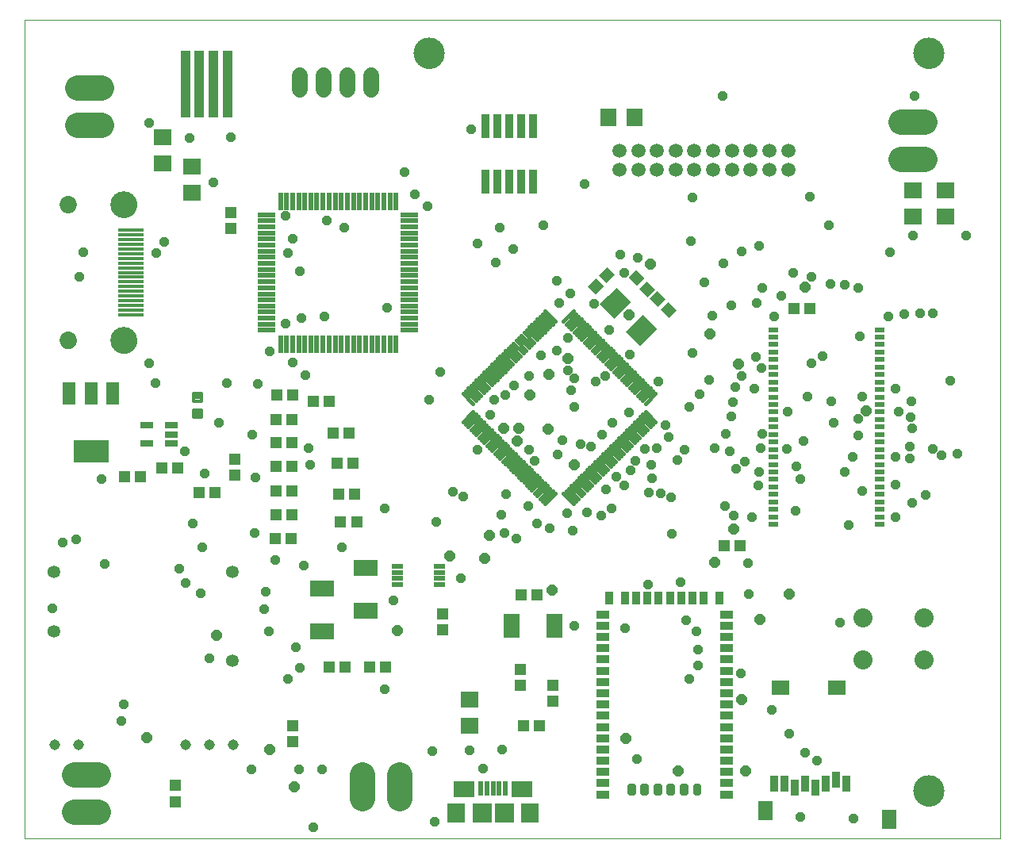
<source format=gts>
G75*
%MOIN*%
%OFA0B0*%
%FSLAX25Y25*%
%IPPOS*%
%LPD*%
%AMOC8*
5,1,8,0,0,1.08239X$1,22.5*
%
%ADD10C,0.00000*%
%ADD11C,0.13100*%
%ADD12R,0.07687X0.06899*%
%ADD13R,0.05324X0.03750*%
%ADD14R,0.03750X0.05324*%
%ADD15C,0.02812*%
%ADD16R,0.06112X0.08080*%
%ADD17R,0.07687X0.06112*%
%ADD18R,0.03356X0.06506*%
%ADD19R,0.10836X0.01781*%
%ADD20C,0.11230*%
%ADD21C,0.07293*%
%ADD22R,0.02300X0.07200*%
%ADD23R,0.07200X0.02300*%
%ADD24R,0.04143X0.02175*%
%ADD25C,0.01500*%
%ADD26R,0.02175X0.05915*%
%ADD27R,0.08080X0.08080*%
%ADD28R,0.07690X0.08080*%
%ADD29R,0.08868X0.06899*%
%ADD30R,0.03592X0.10049*%
%ADD31C,0.10639*%
%ADD32R,0.04931X0.04537*%
%ADD33R,0.06506X0.10049*%
%ADD34C,0.08000*%
%ADD35R,0.05324X0.02765*%
%ADD36R,0.04537X0.04931*%
%ADD37R,0.03946X0.28159*%
%ADD38R,0.10049X0.08474*%
%ADD39C,0.01361*%
%ADD40R,0.04931X0.02175*%
%ADD41C,0.05915*%
%ADD42R,0.06899X0.07687*%
%ADD43R,0.05400X0.09400*%
%ADD44R,0.14773X0.09261*%
%ADD45C,0.05324*%
%ADD46R,0.10049X0.06506*%
%ADD47C,0.04500*%
%ADD48C,0.06506*%
%ADD49OC8,0.04000*%
%ADD50OC8,0.04362*%
D10*
X0001500Y0017369D02*
X0001500Y0361369D01*
X0411500Y0361369D01*
X0411500Y0017369D01*
X0001500Y0017369D01*
X0016422Y0226699D02*
X0016424Y0226814D01*
X0016430Y0226930D01*
X0016440Y0227045D01*
X0016454Y0227160D01*
X0016472Y0227274D01*
X0016494Y0227387D01*
X0016519Y0227500D01*
X0016549Y0227611D01*
X0016582Y0227722D01*
X0016619Y0227831D01*
X0016660Y0227939D01*
X0016705Y0228046D01*
X0016753Y0228151D01*
X0016805Y0228254D01*
X0016861Y0228355D01*
X0016920Y0228455D01*
X0016982Y0228552D01*
X0017048Y0228647D01*
X0017116Y0228740D01*
X0017188Y0228830D01*
X0017263Y0228918D01*
X0017342Y0229003D01*
X0017423Y0229085D01*
X0017506Y0229165D01*
X0017593Y0229241D01*
X0017682Y0229315D01*
X0017773Y0229385D01*
X0017867Y0229453D01*
X0017963Y0229517D01*
X0018062Y0229577D01*
X0018162Y0229634D01*
X0018264Y0229688D01*
X0018368Y0229738D01*
X0018474Y0229785D01*
X0018581Y0229828D01*
X0018690Y0229867D01*
X0018800Y0229902D01*
X0018911Y0229933D01*
X0019023Y0229961D01*
X0019136Y0229985D01*
X0019250Y0230005D01*
X0019365Y0230021D01*
X0019480Y0230033D01*
X0019595Y0230041D01*
X0019710Y0230045D01*
X0019826Y0230045D01*
X0019941Y0230041D01*
X0020056Y0230033D01*
X0020171Y0230021D01*
X0020286Y0230005D01*
X0020400Y0229985D01*
X0020513Y0229961D01*
X0020625Y0229933D01*
X0020736Y0229902D01*
X0020846Y0229867D01*
X0020955Y0229828D01*
X0021062Y0229785D01*
X0021168Y0229738D01*
X0021272Y0229688D01*
X0021374Y0229634D01*
X0021474Y0229577D01*
X0021573Y0229517D01*
X0021669Y0229453D01*
X0021763Y0229385D01*
X0021854Y0229315D01*
X0021943Y0229241D01*
X0022030Y0229165D01*
X0022113Y0229085D01*
X0022194Y0229003D01*
X0022273Y0228918D01*
X0022348Y0228830D01*
X0022420Y0228740D01*
X0022488Y0228647D01*
X0022554Y0228552D01*
X0022616Y0228455D01*
X0022675Y0228355D01*
X0022731Y0228254D01*
X0022783Y0228151D01*
X0022831Y0228046D01*
X0022876Y0227939D01*
X0022917Y0227831D01*
X0022954Y0227722D01*
X0022987Y0227611D01*
X0023017Y0227500D01*
X0023042Y0227387D01*
X0023064Y0227274D01*
X0023082Y0227160D01*
X0023096Y0227045D01*
X0023106Y0226930D01*
X0023112Y0226814D01*
X0023114Y0226699D01*
X0023112Y0226584D01*
X0023106Y0226468D01*
X0023096Y0226353D01*
X0023082Y0226238D01*
X0023064Y0226124D01*
X0023042Y0226011D01*
X0023017Y0225898D01*
X0022987Y0225787D01*
X0022954Y0225676D01*
X0022917Y0225567D01*
X0022876Y0225459D01*
X0022831Y0225352D01*
X0022783Y0225247D01*
X0022731Y0225144D01*
X0022675Y0225043D01*
X0022616Y0224943D01*
X0022554Y0224846D01*
X0022488Y0224751D01*
X0022420Y0224658D01*
X0022348Y0224568D01*
X0022273Y0224480D01*
X0022194Y0224395D01*
X0022113Y0224313D01*
X0022030Y0224233D01*
X0021943Y0224157D01*
X0021854Y0224083D01*
X0021763Y0224013D01*
X0021669Y0223945D01*
X0021573Y0223881D01*
X0021474Y0223821D01*
X0021374Y0223764D01*
X0021272Y0223710D01*
X0021168Y0223660D01*
X0021062Y0223613D01*
X0020955Y0223570D01*
X0020846Y0223531D01*
X0020736Y0223496D01*
X0020625Y0223465D01*
X0020513Y0223437D01*
X0020400Y0223413D01*
X0020286Y0223393D01*
X0020171Y0223377D01*
X0020056Y0223365D01*
X0019941Y0223357D01*
X0019826Y0223353D01*
X0019710Y0223353D01*
X0019595Y0223357D01*
X0019480Y0223365D01*
X0019365Y0223377D01*
X0019250Y0223393D01*
X0019136Y0223413D01*
X0019023Y0223437D01*
X0018911Y0223465D01*
X0018800Y0223496D01*
X0018690Y0223531D01*
X0018581Y0223570D01*
X0018474Y0223613D01*
X0018368Y0223660D01*
X0018264Y0223710D01*
X0018162Y0223764D01*
X0018062Y0223821D01*
X0017963Y0223881D01*
X0017867Y0223945D01*
X0017773Y0224013D01*
X0017682Y0224083D01*
X0017593Y0224157D01*
X0017506Y0224233D01*
X0017423Y0224313D01*
X0017342Y0224395D01*
X0017263Y0224480D01*
X0017188Y0224568D01*
X0017116Y0224658D01*
X0017048Y0224751D01*
X0016982Y0224846D01*
X0016920Y0224943D01*
X0016861Y0225043D01*
X0016805Y0225144D01*
X0016753Y0225247D01*
X0016705Y0225352D01*
X0016660Y0225459D01*
X0016619Y0225567D01*
X0016582Y0225676D01*
X0016549Y0225787D01*
X0016519Y0225898D01*
X0016494Y0226011D01*
X0016472Y0226124D01*
X0016454Y0226238D01*
X0016440Y0226353D01*
X0016430Y0226468D01*
X0016424Y0226584D01*
X0016422Y0226699D01*
X0037917Y0226699D02*
X0037919Y0226844D01*
X0037925Y0226989D01*
X0037935Y0227134D01*
X0037949Y0227279D01*
X0037967Y0227423D01*
X0037988Y0227566D01*
X0038014Y0227709D01*
X0038043Y0227851D01*
X0038077Y0227993D01*
X0038114Y0228133D01*
X0038155Y0228272D01*
X0038200Y0228410D01*
X0038249Y0228547D01*
X0038301Y0228683D01*
X0038357Y0228817D01*
X0038417Y0228949D01*
X0038480Y0229080D01*
X0038547Y0229208D01*
X0038617Y0229336D01*
X0038691Y0229461D01*
X0038768Y0229584D01*
X0038848Y0229704D01*
X0038932Y0229823D01*
X0039019Y0229939D01*
X0039109Y0230053D01*
X0039202Y0230165D01*
X0039298Y0230273D01*
X0039398Y0230379D01*
X0039499Y0230483D01*
X0039604Y0230583D01*
X0039712Y0230681D01*
X0039822Y0230776D01*
X0039934Y0230867D01*
X0040049Y0230956D01*
X0040167Y0231041D01*
X0040287Y0231123D01*
X0040409Y0231202D01*
X0040533Y0231278D01*
X0040659Y0231350D01*
X0040787Y0231418D01*
X0040917Y0231483D01*
X0041048Y0231545D01*
X0041181Y0231602D01*
X0041316Y0231657D01*
X0041452Y0231707D01*
X0041590Y0231754D01*
X0041728Y0231797D01*
X0041868Y0231836D01*
X0042009Y0231871D01*
X0042151Y0231903D01*
X0042293Y0231930D01*
X0042436Y0231954D01*
X0042580Y0231974D01*
X0042725Y0231990D01*
X0042869Y0232002D01*
X0043014Y0232010D01*
X0043159Y0232014D01*
X0043305Y0232014D01*
X0043450Y0232010D01*
X0043595Y0232002D01*
X0043739Y0231990D01*
X0043884Y0231974D01*
X0044028Y0231954D01*
X0044171Y0231930D01*
X0044313Y0231903D01*
X0044455Y0231871D01*
X0044596Y0231836D01*
X0044736Y0231797D01*
X0044874Y0231754D01*
X0045012Y0231707D01*
X0045148Y0231657D01*
X0045283Y0231602D01*
X0045416Y0231545D01*
X0045547Y0231483D01*
X0045677Y0231418D01*
X0045805Y0231350D01*
X0045931Y0231278D01*
X0046055Y0231202D01*
X0046177Y0231123D01*
X0046297Y0231041D01*
X0046415Y0230956D01*
X0046530Y0230867D01*
X0046642Y0230776D01*
X0046752Y0230681D01*
X0046860Y0230583D01*
X0046965Y0230483D01*
X0047066Y0230379D01*
X0047166Y0230273D01*
X0047262Y0230165D01*
X0047355Y0230053D01*
X0047445Y0229939D01*
X0047532Y0229823D01*
X0047616Y0229704D01*
X0047696Y0229584D01*
X0047773Y0229461D01*
X0047847Y0229336D01*
X0047917Y0229208D01*
X0047984Y0229080D01*
X0048047Y0228949D01*
X0048107Y0228817D01*
X0048163Y0228683D01*
X0048215Y0228547D01*
X0048264Y0228410D01*
X0048309Y0228272D01*
X0048350Y0228133D01*
X0048387Y0227993D01*
X0048421Y0227851D01*
X0048450Y0227709D01*
X0048476Y0227566D01*
X0048497Y0227423D01*
X0048515Y0227279D01*
X0048529Y0227134D01*
X0048539Y0226989D01*
X0048545Y0226844D01*
X0048547Y0226699D01*
X0048545Y0226554D01*
X0048539Y0226409D01*
X0048529Y0226264D01*
X0048515Y0226119D01*
X0048497Y0225975D01*
X0048476Y0225832D01*
X0048450Y0225689D01*
X0048421Y0225547D01*
X0048387Y0225405D01*
X0048350Y0225265D01*
X0048309Y0225126D01*
X0048264Y0224988D01*
X0048215Y0224851D01*
X0048163Y0224715D01*
X0048107Y0224581D01*
X0048047Y0224449D01*
X0047984Y0224318D01*
X0047917Y0224190D01*
X0047847Y0224062D01*
X0047773Y0223937D01*
X0047696Y0223814D01*
X0047616Y0223694D01*
X0047532Y0223575D01*
X0047445Y0223459D01*
X0047355Y0223345D01*
X0047262Y0223233D01*
X0047166Y0223125D01*
X0047066Y0223019D01*
X0046965Y0222915D01*
X0046860Y0222815D01*
X0046752Y0222717D01*
X0046642Y0222622D01*
X0046530Y0222531D01*
X0046415Y0222442D01*
X0046297Y0222357D01*
X0046177Y0222275D01*
X0046055Y0222196D01*
X0045931Y0222120D01*
X0045805Y0222048D01*
X0045677Y0221980D01*
X0045547Y0221915D01*
X0045416Y0221853D01*
X0045283Y0221796D01*
X0045148Y0221741D01*
X0045012Y0221691D01*
X0044874Y0221644D01*
X0044736Y0221601D01*
X0044596Y0221562D01*
X0044455Y0221527D01*
X0044313Y0221495D01*
X0044171Y0221468D01*
X0044028Y0221444D01*
X0043884Y0221424D01*
X0043739Y0221408D01*
X0043595Y0221396D01*
X0043450Y0221388D01*
X0043305Y0221384D01*
X0043159Y0221384D01*
X0043014Y0221388D01*
X0042869Y0221396D01*
X0042725Y0221408D01*
X0042580Y0221424D01*
X0042436Y0221444D01*
X0042293Y0221468D01*
X0042151Y0221495D01*
X0042009Y0221527D01*
X0041868Y0221562D01*
X0041728Y0221601D01*
X0041590Y0221644D01*
X0041452Y0221691D01*
X0041316Y0221741D01*
X0041181Y0221796D01*
X0041048Y0221853D01*
X0040917Y0221915D01*
X0040787Y0221980D01*
X0040659Y0222048D01*
X0040533Y0222120D01*
X0040409Y0222196D01*
X0040287Y0222275D01*
X0040167Y0222357D01*
X0040049Y0222442D01*
X0039934Y0222531D01*
X0039822Y0222622D01*
X0039712Y0222717D01*
X0039604Y0222815D01*
X0039499Y0222915D01*
X0039398Y0223019D01*
X0039298Y0223125D01*
X0039202Y0223233D01*
X0039109Y0223345D01*
X0039019Y0223459D01*
X0038932Y0223575D01*
X0038848Y0223694D01*
X0038768Y0223814D01*
X0038691Y0223937D01*
X0038617Y0224062D01*
X0038547Y0224190D01*
X0038480Y0224318D01*
X0038417Y0224449D01*
X0038357Y0224581D01*
X0038301Y0224715D01*
X0038249Y0224851D01*
X0038200Y0224988D01*
X0038155Y0225126D01*
X0038114Y0225265D01*
X0038077Y0225405D01*
X0038043Y0225547D01*
X0038014Y0225689D01*
X0037988Y0225832D01*
X0037967Y0225975D01*
X0037949Y0226119D01*
X0037935Y0226264D01*
X0037925Y0226409D01*
X0037919Y0226554D01*
X0037917Y0226699D01*
X0037917Y0283786D02*
X0037919Y0283931D01*
X0037925Y0284076D01*
X0037935Y0284221D01*
X0037949Y0284366D01*
X0037967Y0284510D01*
X0037988Y0284653D01*
X0038014Y0284796D01*
X0038043Y0284938D01*
X0038077Y0285080D01*
X0038114Y0285220D01*
X0038155Y0285359D01*
X0038200Y0285497D01*
X0038249Y0285634D01*
X0038301Y0285770D01*
X0038357Y0285904D01*
X0038417Y0286036D01*
X0038480Y0286167D01*
X0038547Y0286295D01*
X0038617Y0286423D01*
X0038691Y0286548D01*
X0038768Y0286671D01*
X0038848Y0286791D01*
X0038932Y0286910D01*
X0039019Y0287026D01*
X0039109Y0287140D01*
X0039202Y0287252D01*
X0039298Y0287360D01*
X0039398Y0287466D01*
X0039499Y0287570D01*
X0039604Y0287670D01*
X0039712Y0287768D01*
X0039822Y0287863D01*
X0039934Y0287954D01*
X0040049Y0288043D01*
X0040167Y0288128D01*
X0040287Y0288210D01*
X0040409Y0288289D01*
X0040533Y0288365D01*
X0040659Y0288437D01*
X0040787Y0288505D01*
X0040917Y0288570D01*
X0041048Y0288632D01*
X0041181Y0288689D01*
X0041316Y0288744D01*
X0041452Y0288794D01*
X0041590Y0288841D01*
X0041728Y0288884D01*
X0041868Y0288923D01*
X0042009Y0288958D01*
X0042151Y0288990D01*
X0042293Y0289017D01*
X0042436Y0289041D01*
X0042580Y0289061D01*
X0042725Y0289077D01*
X0042869Y0289089D01*
X0043014Y0289097D01*
X0043159Y0289101D01*
X0043305Y0289101D01*
X0043450Y0289097D01*
X0043595Y0289089D01*
X0043739Y0289077D01*
X0043884Y0289061D01*
X0044028Y0289041D01*
X0044171Y0289017D01*
X0044313Y0288990D01*
X0044455Y0288958D01*
X0044596Y0288923D01*
X0044736Y0288884D01*
X0044874Y0288841D01*
X0045012Y0288794D01*
X0045148Y0288744D01*
X0045283Y0288689D01*
X0045416Y0288632D01*
X0045547Y0288570D01*
X0045677Y0288505D01*
X0045805Y0288437D01*
X0045931Y0288365D01*
X0046055Y0288289D01*
X0046177Y0288210D01*
X0046297Y0288128D01*
X0046415Y0288043D01*
X0046530Y0287954D01*
X0046642Y0287863D01*
X0046752Y0287768D01*
X0046860Y0287670D01*
X0046965Y0287570D01*
X0047066Y0287466D01*
X0047166Y0287360D01*
X0047262Y0287252D01*
X0047355Y0287140D01*
X0047445Y0287026D01*
X0047532Y0286910D01*
X0047616Y0286791D01*
X0047696Y0286671D01*
X0047773Y0286548D01*
X0047847Y0286423D01*
X0047917Y0286295D01*
X0047984Y0286167D01*
X0048047Y0286036D01*
X0048107Y0285904D01*
X0048163Y0285770D01*
X0048215Y0285634D01*
X0048264Y0285497D01*
X0048309Y0285359D01*
X0048350Y0285220D01*
X0048387Y0285080D01*
X0048421Y0284938D01*
X0048450Y0284796D01*
X0048476Y0284653D01*
X0048497Y0284510D01*
X0048515Y0284366D01*
X0048529Y0284221D01*
X0048539Y0284076D01*
X0048545Y0283931D01*
X0048547Y0283786D01*
X0048545Y0283641D01*
X0048539Y0283496D01*
X0048529Y0283351D01*
X0048515Y0283206D01*
X0048497Y0283062D01*
X0048476Y0282919D01*
X0048450Y0282776D01*
X0048421Y0282634D01*
X0048387Y0282492D01*
X0048350Y0282352D01*
X0048309Y0282213D01*
X0048264Y0282075D01*
X0048215Y0281938D01*
X0048163Y0281802D01*
X0048107Y0281668D01*
X0048047Y0281536D01*
X0047984Y0281405D01*
X0047917Y0281277D01*
X0047847Y0281149D01*
X0047773Y0281024D01*
X0047696Y0280901D01*
X0047616Y0280781D01*
X0047532Y0280662D01*
X0047445Y0280546D01*
X0047355Y0280432D01*
X0047262Y0280320D01*
X0047166Y0280212D01*
X0047066Y0280106D01*
X0046965Y0280002D01*
X0046860Y0279902D01*
X0046752Y0279804D01*
X0046642Y0279709D01*
X0046530Y0279618D01*
X0046415Y0279529D01*
X0046297Y0279444D01*
X0046177Y0279362D01*
X0046055Y0279283D01*
X0045931Y0279207D01*
X0045805Y0279135D01*
X0045677Y0279067D01*
X0045547Y0279002D01*
X0045416Y0278940D01*
X0045283Y0278883D01*
X0045148Y0278828D01*
X0045012Y0278778D01*
X0044874Y0278731D01*
X0044736Y0278688D01*
X0044596Y0278649D01*
X0044455Y0278614D01*
X0044313Y0278582D01*
X0044171Y0278555D01*
X0044028Y0278531D01*
X0043884Y0278511D01*
X0043739Y0278495D01*
X0043595Y0278483D01*
X0043450Y0278475D01*
X0043305Y0278471D01*
X0043159Y0278471D01*
X0043014Y0278475D01*
X0042869Y0278483D01*
X0042725Y0278495D01*
X0042580Y0278511D01*
X0042436Y0278531D01*
X0042293Y0278555D01*
X0042151Y0278582D01*
X0042009Y0278614D01*
X0041868Y0278649D01*
X0041728Y0278688D01*
X0041590Y0278731D01*
X0041452Y0278778D01*
X0041316Y0278828D01*
X0041181Y0278883D01*
X0041048Y0278940D01*
X0040917Y0279002D01*
X0040787Y0279067D01*
X0040659Y0279135D01*
X0040533Y0279207D01*
X0040409Y0279283D01*
X0040287Y0279362D01*
X0040167Y0279444D01*
X0040049Y0279529D01*
X0039934Y0279618D01*
X0039822Y0279709D01*
X0039712Y0279804D01*
X0039604Y0279902D01*
X0039499Y0280002D01*
X0039398Y0280106D01*
X0039298Y0280212D01*
X0039202Y0280320D01*
X0039109Y0280432D01*
X0039019Y0280546D01*
X0038932Y0280662D01*
X0038848Y0280781D01*
X0038768Y0280901D01*
X0038691Y0281024D01*
X0038617Y0281149D01*
X0038547Y0281277D01*
X0038480Y0281405D01*
X0038417Y0281536D01*
X0038357Y0281668D01*
X0038301Y0281802D01*
X0038249Y0281938D01*
X0038200Y0282075D01*
X0038155Y0282213D01*
X0038114Y0282352D01*
X0038077Y0282492D01*
X0038043Y0282634D01*
X0038014Y0282776D01*
X0037988Y0282919D01*
X0037967Y0283062D01*
X0037949Y0283206D01*
X0037935Y0283351D01*
X0037925Y0283496D01*
X0037919Y0283641D01*
X0037917Y0283786D01*
X0016422Y0283786D02*
X0016424Y0283901D01*
X0016430Y0284017D01*
X0016440Y0284132D01*
X0016454Y0284247D01*
X0016472Y0284361D01*
X0016494Y0284474D01*
X0016519Y0284587D01*
X0016549Y0284698D01*
X0016582Y0284809D01*
X0016619Y0284918D01*
X0016660Y0285026D01*
X0016705Y0285133D01*
X0016753Y0285238D01*
X0016805Y0285341D01*
X0016861Y0285442D01*
X0016920Y0285542D01*
X0016982Y0285639D01*
X0017048Y0285734D01*
X0017116Y0285827D01*
X0017188Y0285917D01*
X0017263Y0286005D01*
X0017342Y0286090D01*
X0017423Y0286172D01*
X0017506Y0286252D01*
X0017593Y0286328D01*
X0017682Y0286402D01*
X0017773Y0286472D01*
X0017867Y0286540D01*
X0017963Y0286604D01*
X0018062Y0286664D01*
X0018162Y0286721D01*
X0018264Y0286775D01*
X0018368Y0286825D01*
X0018474Y0286872D01*
X0018581Y0286915D01*
X0018690Y0286954D01*
X0018800Y0286989D01*
X0018911Y0287020D01*
X0019023Y0287048D01*
X0019136Y0287072D01*
X0019250Y0287092D01*
X0019365Y0287108D01*
X0019480Y0287120D01*
X0019595Y0287128D01*
X0019710Y0287132D01*
X0019826Y0287132D01*
X0019941Y0287128D01*
X0020056Y0287120D01*
X0020171Y0287108D01*
X0020286Y0287092D01*
X0020400Y0287072D01*
X0020513Y0287048D01*
X0020625Y0287020D01*
X0020736Y0286989D01*
X0020846Y0286954D01*
X0020955Y0286915D01*
X0021062Y0286872D01*
X0021168Y0286825D01*
X0021272Y0286775D01*
X0021374Y0286721D01*
X0021474Y0286664D01*
X0021573Y0286604D01*
X0021669Y0286540D01*
X0021763Y0286472D01*
X0021854Y0286402D01*
X0021943Y0286328D01*
X0022030Y0286252D01*
X0022113Y0286172D01*
X0022194Y0286090D01*
X0022273Y0286005D01*
X0022348Y0285917D01*
X0022420Y0285827D01*
X0022488Y0285734D01*
X0022554Y0285639D01*
X0022616Y0285542D01*
X0022675Y0285442D01*
X0022731Y0285341D01*
X0022783Y0285238D01*
X0022831Y0285133D01*
X0022876Y0285026D01*
X0022917Y0284918D01*
X0022954Y0284809D01*
X0022987Y0284698D01*
X0023017Y0284587D01*
X0023042Y0284474D01*
X0023064Y0284361D01*
X0023082Y0284247D01*
X0023096Y0284132D01*
X0023106Y0284017D01*
X0023112Y0283901D01*
X0023114Y0283786D01*
X0023112Y0283671D01*
X0023106Y0283555D01*
X0023096Y0283440D01*
X0023082Y0283325D01*
X0023064Y0283211D01*
X0023042Y0283098D01*
X0023017Y0282985D01*
X0022987Y0282874D01*
X0022954Y0282763D01*
X0022917Y0282654D01*
X0022876Y0282546D01*
X0022831Y0282439D01*
X0022783Y0282334D01*
X0022731Y0282231D01*
X0022675Y0282130D01*
X0022616Y0282030D01*
X0022554Y0281933D01*
X0022488Y0281838D01*
X0022420Y0281745D01*
X0022348Y0281655D01*
X0022273Y0281567D01*
X0022194Y0281482D01*
X0022113Y0281400D01*
X0022030Y0281320D01*
X0021943Y0281244D01*
X0021854Y0281170D01*
X0021763Y0281100D01*
X0021669Y0281032D01*
X0021573Y0280968D01*
X0021474Y0280908D01*
X0021374Y0280851D01*
X0021272Y0280797D01*
X0021168Y0280747D01*
X0021062Y0280700D01*
X0020955Y0280657D01*
X0020846Y0280618D01*
X0020736Y0280583D01*
X0020625Y0280552D01*
X0020513Y0280524D01*
X0020400Y0280500D01*
X0020286Y0280480D01*
X0020171Y0280464D01*
X0020056Y0280452D01*
X0019941Y0280444D01*
X0019826Y0280440D01*
X0019710Y0280440D01*
X0019595Y0280444D01*
X0019480Y0280452D01*
X0019365Y0280464D01*
X0019250Y0280480D01*
X0019136Y0280500D01*
X0019023Y0280524D01*
X0018911Y0280552D01*
X0018800Y0280583D01*
X0018690Y0280618D01*
X0018581Y0280657D01*
X0018474Y0280700D01*
X0018368Y0280747D01*
X0018264Y0280797D01*
X0018162Y0280851D01*
X0018062Y0280908D01*
X0017963Y0280968D01*
X0017867Y0281032D01*
X0017773Y0281100D01*
X0017682Y0281170D01*
X0017593Y0281244D01*
X0017506Y0281320D01*
X0017423Y0281400D01*
X0017342Y0281482D01*
X0017263Y0281567D01*
X0017188Y0281655D01*
X0017116Y0281745D01*
X0017048Y0281838D01*
X0016982Y0281933D01*
X0016920Y0282030D01*
X0016861Y0282130D01*
X0016805Y0282231D01*
X0016753Y0282334D01*
X0016705Y0282439D01*
X0016660Y0282546D01*
X0016619Y0282654D01*
X0016582Y0282763D01*
X0016549Y0282874D01*
X0016519Y0282985D01*
X0016494Y0283098D01*
X0016472Y0283211D01*
X0016454Y0283325D01*
X0016440Y0283440D01*
X0016430Y0283555D01*
X0016424Y0283671D01*
X0016422Y0283786D01*
X0165250Y0347369D02*
X0165252Y0347527D01*
X0165258Y0347684D01*
X0165268Y0347842D01*
X0165282Y0347999D01*
X0165300Y0348155D01*
X0165321Y0348312D01*
X0165347Y0348467D01*
X0165377Y0348622D01*
X0165410Y0348776D01*
X0165448Y0348929D01*
X0165489Y0349082D01*
X0165534Y0349233D01*
X0165583Y0349383D01*
X0165636Y0349531D01*
X0165692Y0349679D01*
X0165753Y0349824D01*
X0165816Y0349969D01*
X0165884Y0350111D01*
X0165955Y0350252D01*
X0166029Y0350391D01*
X0166107Y0350528D01*
X0166189Y0350663D01*
X0166273Y0350796D01*
X0166362Y0350927D01*
X0166453Y0351055D01*
X0166548Y0351182D01*
X0166645Y0351305D01*
X0166746Y0351427D01*
X0166850Y0351545D01*
X0166957Y0351661D01*
X0167067Y0351774D01*
X0167179Y0351885D01*
X0167295Y0351992D01*
X0167413Y0352097D01*
X0167533Y0352199D01*
X0167656Y0352297D01*
X0167782Y0352393D01*
X0167910Y0352485D01*
X0168040Y0352574D01*
X0168172Y0352660D01*
X0168307Y0352742D01*
X0168444Y0352821D01*
X0168582Y0352896D01*
X0168722Y0352968D01*
X0168865Y0353036D01*
X0169008Y0353101D01*
X0169154Y0353162D01*
X0169301Y0353219D01*
X0169449Y0353273D01*
X0169599Y0353323D01*
X0169749Y0353369D01*
X0169901Y0353411D01*
X0170054Y0353450D01*
X0170208Y0353484D01*
X0170363Y0353515D01*
X0170518Y0353541D01*
X0170674Y0353564D01*
X0170831Y0353583D01*
X0170988Y0353598D01*
X0171145Y0353609D01*
X0171303Y0353616D01*
X0171461Y0353619D01*
X0171618Y0353618D01*
X0171776Y0353613D01*
X0171933Y0353604D01*
X0172091Y0353591D01*
X0172247Y0353574D01*
X0172404Y0353553D01*
X0172559Y0353529D01*
X0172714Y0353500D01*
X0172869Y0353467D01*
X0173022Y0353431D01*
X0173175Y0353390D01*
X0173326Y0353346D01*
X0173476Y0353298D01*
X0173625Y0353247D01*
X0173773Y0353191D01*
X0173919Y0353132D01*
X0174064Y0353069D01*
X0174207Y0353002D01*
X0174348Y0352932D01*
X0174487Y0352859D01*
X0174625Y0352782D01*
X0174761Y0352701D01*
X0174894Y0352617D01*
X0175025Y0352530D01*
X0175154Y0352439D01*
X0175281Y0352345D01*
X0175406Y0352248D01*
X0175527Y0352148D01*
X0175647Y0352045D01*
X0175763Y0351939D01*
X0175877Y0351830D01*
X0175989Y0351718D01*
X0176097Y0351604D01*
X0176202Y0351486D01*
X0176305Y0351366D01*
X0176404Y0351244D01*
X0176500Y0351119D01*
X0176593Y0350991D01*
X0176683Y0350862D01*
X0176769Y0350730D01*
X0176853Y0350596D01*
X0176932Y0350460D01*
X0177009Y0350322D01*
X0177081Y0350182D01*
X0177150Y0350040D01*
X0177216Y0349897D01*
X0177278Y0349752D01*
X0177336Y0349605D01*
X0177391Y0349457D01*
X0177442Y0349308D01*
X0177489Y0349157D01*
X0177532Y0349006D01*
X0177571Y0348853D01*
X0177607Y0348699D01*
X0177638Y0348545D01*
X0177666Y0348390D01*
X0177690Y0348234D01*
X0177710Y0348077D01*
X0177726Y0347920D01*
X0177738Y0347763D01*
X0177746Y0347606D01*
X0177750Y0347448D01*
X0177750Y0347290D01*
X0177746Y0347132D01*
X0177738Y0346975D01*
X0177726Y0346818D01*
X0177710Y0346661D01*
X0177690Y0346504D01*
X0177666Y0346348D01*
X0177638Y0346193D01*
X0177607Y0346039D01*
X0177571Y0345885D01*
X0177532Y0345732D01*
X0177489Y0345581D01*
X0177442Y0345430D01*
X0177391Y0345281D01*
X0177336Y0345133D01*
X0177278Y0344986D01*
X0177216Y0344841D01*
X0177150Y0344698D01*
X0177081Y0344556D01*
X0177009Y0344416D01*
X0176932Y0344278D01*
X0176853Y0344142D01*
X0176769Y0344008D01*
X0176683Y0343876D01*
X0176593Y0343747D01*
X0176500Y0343619D01*
X0176404Y0343494D01*
X0176305Y0343372D01*
X0176202Y0343252D01*
X0176097Y0343134D01*
X0175989Y0343020D01*
X0175877Y0342908D01*
X0175763Y0342799D01*
X0175647Y0342693D01*
X0175527Y0342590D01*
X0175406Y0342490D01*
X0175281Y0342393D01*
X0175154Y0342299D01*
X0175025Y0342208D01*
X0174894Y0342121D01*
X0174761Y0342037D01*
X0174625Y0341956D01*
X0174487Y0341879D01*
X0174348Y0341806D01*
X0174207Y0341736D01*
X0174064Y0341669D01*
X0173919Y0341606D01*
X0173773Y0341547D01*
X0173625Y0341491D01*
X0173476Y0341440D01*
X0173326Y0341392D01*
X0173175Y0341348D01*
X0173022Y0341307D01*
X0172869Y0341271D01*
X0172714Y0341238D01*
X0172559Y0341209D01*
X0172404Y0341185D01*
X0172247Y0341164D01*
X0172091Y0341147D01*
X0171933Y0341134D01*
X0171776Y0341125D01*
X0171618Y0341120D01*
X0171461Y0341119D01*
X0171303Y0341122D01*
X0171145Y0341129D01*
X0170988Y0341140D01*
X0170831Y0341155D01*
X0170674Y0341174D01*
X0170518Y0341197D01*
X0170363Y0341223D01*
X0170208Y0341254D01*
X0170054Y0341288D01*
X0169901Y0341327D01*
X0169749Y0341369D01*
X0169599Y0341415D01*
X0169449Y0341465D01*
X0169301Y0341519D01*
X0169154Y0341576D01*
X0169008Y0341637D01*
X0168865Y0341702D01*
X0168722Y0341770D01*
X0168582Y0341842D01*
X0168444Y0341917D01*
X0168307Y0341996D01*
X0168172Y0342078D01*
X0168040Y0342164D01*
X0167910Y0342253D01*
X0167782Y0342345D01*
X0167656Y0342441D01*
X0167533Y0342539D01*
X0167413Y0342641D01*
X0167295Y0342746D01*
X0167179Y0342853D01*
X0167067Y0342964D01*
X0166957Y0343077D01*
X0166850Y0343193D01*
X0166746Y0343311D01*
X0166645Y0343433D01*
X0166548Y0343556D01*
X0166453Y0343683D01*
X0166362Y0343811D01*
X0166273Y0343942D01*
X0166189Y0344075D01*
X0166107Y0344210D01*
X0166029Y0344347D01*
X0165955Y0344486D01*
X0165884Y0344627D01*
X0165816Y0344769D01*
X0165753Y0344914D01*
X0165692Y0345059D01*
X0165636Y0345207D01*
X0165583Y0345355D01*
X0165534Y0345505D01*
X0165489Y0345656D01*
X0165448Y0345809D01*
X0165410Y0345962D01*
X0165377Y0346116D01*
X0165347Y0346271D01*
X0165321Y0346426D01*
X0165300Y0346583D01*
X0165282Y0346739D01*
X0165268Y0346896D01*
X0165258Y0347054D01*
X0165252Y0347211D01*
X0165250Y0347369D01*
X0375250Y0347369D02*
X0375252Y0347527D01*
X0375258Y0347684D01*
X0375268Y0347842D01*
X0375282Y0347999D01*
X0375300Y0348155D01*
X0375321Y0348312D01*
X0375347Y0348467D01*
X0375377Y0348622D01*
X0375410Y0348776D01*
X0375448Y0348929D01*
X0375489Y0349082D01*
X0375534Y0349233D01*
X0375583Y0349383D01*
X0375636Y0349531D01*
X0375692Y0349679D01*
X0375753Y0349824D01*
X0375816Y0349969D01*
X0375884Y0350111D01*
X0375955Y0350252D01*
X0376029Y0350391D01*
X0376107Y0350528D01*
X0376189Y0350663D01*
X0376273Y0350796D01*
X0376362Y0350927D01*
X0376453Y0351055D01*
X0376548Y0351182D01*
X0376645Y0351305D01*
X0376746Y0351427D01*
X0376850Y0351545D01*
X0376957Y0351661D01*
X0377067Y0351774D01*
X0377179Y0351885D01*
X0377295Y0351992D01*
X0377413Y0352097D01*
X0377533Y0352199D01*
X0377656Y0352297D01*
X0377782Y0352393D01*
X0377910Y0352485D01*
X0378040Y0352574D01*
X0378172Y0352660D01*
X0378307Y0352742D01*
X0378444Y0352821D01*
X0378582Y0352896D01*
X0378722Y0352968D01*
X0378865Y0353036D01*
X0379008Y0353101D01*
X0379154Y0353162D01*
X0379301Y0353219D01*
X0379449Y0353273D01*
X0379599Y0353323D01*
X0379749Y0353369D01*
X0379901Y0353411D01*
X0380054Y0353450D01*
X0380208Y0353484D01*
X0380363Y0353515D01*
X0380518Y0353541D01*
X0380674Y0353564D01*
X0380831Y0353583D01*
X0380988Y0353598D01*
X0381145Y0353609D01*
X0381303Y0353616D01*
X0381461Y0353619D01*
X0381618Y0353618D01*
X0381776Y0353613D01*
X0381933Y0353604D01*
X0382091Y0353591D01*
X0382247Y0353574D01*
X0382404Y0353553D01*
X0382559Y0353529D01*
X0382714Y0353500D01*
X0382869Y0353467D01*
X0383022Y0353431D01*
X0383175Y0353390D01*
X0383326Y0353346D01*
X0383476Y0353298D01*
X0383625Y0353247D01*
X0383773Y0353191D01*
X0383919Y0353132D01*
X0384064Y0353069D01*
X0384207Y0353002D01*
X0384348Y0352932D01*
X0384487Y0352859D01*
X0384625Y0352782D01*
X0384761Y0352701D01*
X0384894Y0352617D01*
X0385025Y0352530D01*
X0385154Y0352439D01*
X0385281Y0352345D01*
X0385406Y0352248D01*
X0385527Y0352148D01*
X0385647Y0352045D01*
X0385763Y0351939D01*
X0385877Y0351830D01*
X0385989Y0351718D01*
X0386097Y0351604D01*
X0386202Y0351486D01*
X0386305Y0351366D01*
X0386404Y0351244D01*
X0386500Y0351119D01*
X0386593Y0350991D01*
X0386683Y0350862D01*
X0386769Y0350730D01*
X0386853Y0350596D01*
X0386932Y0350460D01*
X0387009Y0350322D01*
X0387081Y0350182D01*
X0387150Y0350040D01*
X0387216Y0349897D01*
X0387278Y0349752D01*
X0387336Y0349605D01*
X0387391Y0349457D01*
X0387442Y0349308D01*
X0387489Y0349157D01*
X0387532Y0349006D01*
X0387571Y0348853D01*
X0387607Y0348699D01*
X0387638Y0348545D01*
X0387666Y0348390D01*
X0387690Y0348234D01*
X0387710Y0348077D01*
X0387726Y0347920D01*
X0387738Y0347763D01*
X0387746Y0347606D01*
X0387750Y0347448D01*
X0387750Y0347290D01*
X0387746Y0347132D01*
X0387738Y0346975D01*
X0387726Y0346818D01*
X0387710Y0346661D01*
X0387690Y0346504D01*
X0387666Y0346348D01*
X0387638Y0346193D01*
X0387607Y0346039D01*
X0387571Y0345885D01*
X0387532Y0345732D01*
X0387489Y0345581D01*
X0387442Y0345430D01*
X0387391Y0345281D01*
X0387336Y0345133D01*
X0387278Y0344986D01*
X0387216Y0344841D01*
X0387150Y0344698D01*
X0387081Y0344556D01*
X0387009Y0344416D01*
X0386932Y0344278D01*
X0386853Y0344142D01*
X0386769Y0344008D01*
X0386683Y0343876D01*
X0386593Y0343747D01*
X0386500Y0343619D01*
X0386404Y0343494D01*
X0386305Y0343372D01*
X0386202Y0343252D01*
X0386097Y0343134D01*
X0385989Y0343020D01*
X0385877Y0342908D01*
X0385763Y0342799D01*
X0385647Y0342693D01*
X0385527Y0342590D01*
X0385406Y0342490D01*
X0385281Y0342393D01*
X0385154Y0342299D01*
X0385025Y0342208D01*
X0384894Y0342121D01*
X0384761Y0342037D01*
X0384625Y0341956D01*
X0384487Y0341879D01*
X0384348Y0341806D01*
X0384207Y0341736D01*
X0384064Y0341669D01*
X0383919Y0341606D01*
X0383773Y0341547D01*
X0383625Y0341491D01*
X0383476Y0341440D01*
X0383326Y0341392D01*
X0383175Y0341348D01*
X0383022Y0341307D01*
X0382869Y0341271D01*
X0382714Y0341238D01*
X0382559Y0341209D01*
X0382404Y0341185D01*
X0382247Y0341164D01*
X0382091Y0341147D01*
X0381933Y0341134D01*
X0381776Y0341125D01*
X0381618Y0341120D01*
X0381461Y0341119D01*
X0381303Y0341122D01*
X0381145Y0341129D01*
X0380988Y0341140D01*
X0380831Y0341155D01*
X0380674Y0341174D01*
X0380518Y0341197D01*
X0380363Y0341223D01*
X0380208Y0341254D01*
X0380054Y0341288D01*
X0379901Y0341327D01*
X0379749Y0341369D01*
X0379599Y0341415D01*
X0379449Y0341465D01*
X0379301Y0341519D01*
X0379154Y0341576D01*
X0379008Y0341637D01*
X0378865Y0341702D01*
X0378722Y0341770D01*
X0378582Y0341842D01*
X0378444Y0341917D01*
X0378307Y0341996D01*
X0378172Y0342078D01*
X0378040Y0342164D01*
X0377910Y0342253D01*
X0377782Y0342345D01*
X0377656Y0342441D01*
X0377533Y0342539D01*
X0377413Y0342641D01*
X0377295Y0342746D01*
X0377179Y0342853D01*
X0377067Y0342964D01*
X0376957Y0343077D01*
X0376850Y0343193D01*
X0376746Y0343311D01*
X0376645Y0343433D01*
X0376548Y0343556D01*
X0376453Y0343683D01*
X0376362Y0343811D01*
X0376273Y0343942D01*
X0376189Y0344075D01*
X0376107Y0344210D01*
X0376029Y0344347D01*
X0375955Y0344486D01*
X0375884Y0344627D01*
X0375816Y0344769D01*
X0375753Y0344914D01*
X0375692Y0345059D01*
X0375636Y0345207D01*
X0375583Y0345355D01*
X0375534Y0345505D01*
X0375489Y0345656D01*
X0375448Y0345809D01*
X0375410Y0345962D01*
X0375377Y0346116D01*
X0375347Y0346271D01*
X0375321Y0346426D01*
X0375300Y0346583D01*
X0375282Y0346739D01*
X0375268Y0346896D01*
X0375258Y0347054D01*
X0375252Y0347211D01*
X0375250Y0347369D01*
X0375250Y0037369D02*
X0375252Y0037527D01*
X0375258Y0037684D01*
X0375268Y0037842D01*
X0375282Y0037999D01*
X0375300Y0038155D01*
X0375321Y0038312D01*
X0375347Y0038467D01*
X0375377Y0038622D01*
X0375410Y0038776D01*
X0375448Y0038929D01*
X0375489Y0039082D01*
X0375534Y0039233D01*
X0375583Y0039383D01*
X0375636Y0039531D01*
X0375692Y0039679D01*
X0375753Y0039824D01*
X0375816Y0039969D01*
X0375884Y0040111D01*
X0375955Y0040252D01*
X0376029Y0040391D01*
X0376107Y0040528D01*
X0376189Y0040663D01*
X0376273Y0040796D01*
X0376362Y0040927D01*
X0376453Y0041055D01*
X0376548Y0041182D01*
X0376645Y0041305D01*
X0376746Y0041427D01*
X0376850Y0041545D01*
X0376957Y0041661D01*
X0377067Y0041774D01*
X0377179Y0041885D01*
X0377295Y0041992D01*
X0377413Y0042097D01*
X0377533Y0042199D01*
X0377656Y0042297D01*
X0377782Y0042393D01*
X0377910Y0042485D01*
X0378040Y0042574D01*
X0378172Y0042660D01*
X0378307Y0042742D01*
X0378444Y0042821D01*
X0378582Y0042896D01*
X0378722Y0042968D01*
X0378865Y0043036D01*
X0379008Y0043101D01*
X0379154Y0043162D01*
X0379301Y0043219D01*
X0379449Y0043273D01*
X0379599Y0043323D01*
X0379749Y0043369D01*
X0379901Y0043411D01*
X0380054Y0043450D01*
X0380208Y0043484D01*
X0380363Y0043515D01*
X0380518Y0043541D01*
X0380674Y0043564D01*
X0380831Y0043583D01*
X0380988Y0043598D01*
X0381145Y0043609D01*
X0381303Y0043616D01*
X0381461Y0043619D01*
X0381618Y0043618D01*
X0381776Y0043613D01*
X0381933Y0043604D01*
X0382091Y0043591D01*
X0382247Y0043574D01*
X0382404Y0043553D01*
X0382559Y0043529D01*
X0382714Y0043500D01*
X0382869Y0043467D01*
X0383022Y0043431D01*
X0383175Y0043390D01*
X0383326Y0043346D01*
X0383476Y0043298D01*
X0383625Y0043247D01*
X0383773Y0043191D01*
X0383919Y0043132D01*
X0384064Y0043069D01*
X0384207Y0043002D01*
X0384348Y0042932D01*
X0384487Y0042859D01*
X0384625Y0042782D01*
X0384761Y0042701D01*
X0384894Y0042617D01*
X0385025Y0042530D01*
X0385154Y0042439D01*
X0385281Y0042345D01*
X0385406Y0042248D01*
X0385527Y0042148D01*
X0385647Y0042045D01*
X0385763Y0041939D01*
X0385877Y0041830D01*
X0385989Y0041718D01*
X0386097Y0041604D01*
X0386202Y0041486D01*
X0386305Y0041366D01*
X0386404Y0041244D01*
X0386500Y0041119D01*
X0386593Y0040991D01*
X0386683Y0040862D01*
X0386769Y0040730D01*
X0386853Y0040596D01*
X0386932Y0040460D01*
X0387009Y0040322D01*
X0387081Y0040182D01*
X0387150Y0040040D01*
X0387216Y0039897D01*
X0387278Y0039752D01*
X0387336Y0039605D01*
X0387391Y0039457D01*
X0387442Y0039308D01*
X0387489Y0039157D01*
X0387532Y0039006D01*
X0387571Y0038853D01*
X0387607Y0038699D01*
X0387638Y0038545D01*
X0387666Y0038390D01*
X0387690Y0038234D01*
X0387710Y0038077D01*
X0387726Y0037920D01*
X0387738Y0037763D01*
X0387746Y0037606D01*
X0387750Y0037448D01*
X0387750Y0037290D01*
X0387746Y0037132D01*
X0387738Y0036975D01*
X0387726Y0036818D01*
X0387710Y0036661D01*
X0387690Y0036504D01*
X0387666Y0036348D01*
X0387638Y0036193D01*
X0387607Y0036039D01*
X0387571Y0035885D01*
X0387532Y0035732D01*
X0387489Y0035581D01*
X0387442Y0035430D01*
X0387391Y0035281D01*
X0387336Y0035133D01*
X0387278Y0034986D01*
X0387216Y0034841D01*
X0387150Y0034698D01*
X0387081Y0034556D01*
X0387009Y0034416D01*
X0386932Y0034278D01*
X0386853Y0034142D01*
X0386769Y0034008D01*
X0386683Y0033876D01*
X0386593Y0033747D01*
X0386500Y0033619D01*
X0386404Y0033494D01*
X0386305Y0033372D01*
X0386202Y0033252D01*
X0386097Y0033134D01*
X0385989Y0033020D01*
X0385877Y0032908D01*
X0385763Y0032799D01*
X0385647Y0032693D01*
X0385527Y0032590D01*
X0385406Y0032490D01*
X0385281Y0032393D01*
X0385154Y0032299D01*
X0385025Y0032208D01*
X0384894Y0032121D01*
X0384761Y0032037D01*
X0384625Y0031956D01*
X0384487Y0031879D01*
X0384348Y0031806D01*
X0384207Y0031736D01*
X0384064Y0031669D01*
X0383919Y0031606D01*
X0383773Y0031547D01*
X0383625Y0031491D01*
X0383476Y0031440D01*
X0383326Y0031392D01*
X0383175Y0031348D01*
X0383022Y0031307D01*
X0382869Y0031271D01*
X0382714Y0031238D01*
X0382559Y0031209D01*
X0382404Y0031185D01*
X0382247Y0031164D01*
X0382091Y0031147D01*
X0381933Y0031134D01*
X0381776Y0031125D01*
X0381618Y0031120D01*
X0381461Y0031119D01*
X0381303Y0031122D01*
X0381145Y0031129D01*
X0380988Y0031140D01*
X0380831Y0031155D01*
X0380674Y0031174D01*
X0380518Y0031197D01*
X0380363Y0031223D01*
X0380208Y0031254D01*
X0380054Y0031288D01*
X0379901Y0031327D01*
X0379749Y0031369D01*
X0379599Y0031415D01*
X0379449Y0031465D01*
X0379301Y0031519D01*
X0379154Y0031576D01*
X0379008Y0031637D01*
X0378865Y0031702D01*
X0378722Y0031770D01*
X0378582Y0031842D01*
X0378444Y0031917D01*
X0378307Y0031996D01*
X0378172Y0032078D01*
X0378040Y0032164D01*
X0377910Y0032253D01*
X0377782Y0032345D01*
X0377656Y0032441D01*
X0377533Y0032539D01*
X0377413Y0032641D01*
X0377295Y0032746D01*
X0377179Y0032853D01*
X0377067Y0032964D01*
X0376957Y0033077D01*
X0376850Y0033193D01*
X0376746Y0033311D01*
X0376645Y0033433D01*
X0376548Y0033556D01*
X0376453Y0033683D01*
X0376362Y0033811D01*
X0376273Y0033942D01*
X0376189Y0034075D01*
X0376107Y0034210D01*
X0376029Y0034347D01*
X0375955Y0034486D01*
X0375884Y0034627D01*
X0375816Y0034769D01*
X0375753Y0034914D01*
X0375692Y0035059D01*
X0375636Y0035207D01*
X0375583Y0035355D01*
X0375534Y0035505D01*
X0375489Y0035656D01*
X0375448Y0035809D01*
X0375410Y0035962D01*
X0375377Y0036116D01*
X0375347Y0036271D01*
X0375321Y0036426D01*
X0375300Y0036583D01*
X0375282Y0036739D01*
X0375268Y0036896D01*
X0375258Y0037054D01*
X0375252Y0037211D01*
X0375250Y0037369D01*
D11*
X0381500Y0037369D03*
X0381500Y0347369D03*
X0171500Y0347369D03*
D12*
X0071776Y0299770D03*
X0071776Y0288747D03*
X0059650Y0300951D03*
X0059650Y0311975D03*
X0188705Y0075636D03*
X0188705Y0064613D03*
X0374965Y0278668D03*
X0374965Y0289692D03*
X0388665Y0289692D03*
X0388665Y0278668D03*
D13*
X0296421Y0111503D03*
X0296421Y0106778D03*
X0296421Y0102054D03*
X0296421Y0097329D03*
X0296421Y0092605D03*
X0296421Y0087881D03*
X0296421Y0083156D03*
X0296421Y0078432D03*
X0296421Y0073707D03*
X0296421Y0068983D03*
X0296421Y0064259D03*
X0296421Y0059534D03*
X0296421Y0054810D03*
X0296421Y0050085D03*
X0296421Y0045361D03*
X0296421Y0040636D03*
X0296421Y0035912D03*
X0244453Y0035912D03*
X0244453Y0040636D03*
X0244453Y0045361D03*
X0244453Y0050085D03*
X0244453Y0054810D03*
X0244453Y0059534D03*
X0244453Y0064259D03*
X0244453Y0068983D03*
X0244453Y0073707D03*
X0244453Y0078432D03*
X0244453Y0083156D03*
X0244453Y0087881D03*
X0244453Y0092605D03*
X0244453Y0097329D03*
X0244453Y0102054D03*
X0244453Y0106778D03*
X0244453Y0111503D03*
D14*
X0247209Y0118550D03*
X0253902Y0118589D03*
X0258626Y0118589D03*
X0263350Y0118589D03*
X0268075Y0118589D03*
X0272799Y0118589D03*
X0277524Y0118589D03*
X0282248Y0118589D03*
X0286972Y0118589D03*
X0293665Y0118589D03*
D15*
X0283748Y0039137D02*
X0283748Y0036625D01*
X0283748Y0039137D02*
X0284686Y0039137D01*
X0284686Y0036625D01*
X0283748Y0036625D01*
X0278236Y0036625D02*
X0278236Y0039137D01*
X0279174Y0039137D01*
X0279174Y0036625D01*
X0278236Y0036625D01*
X0272724Y0036625D02*
X0272724Y0039137D01*
X0273662Y0039137D01*
X0273662Y0036625D01*
X0272724Y0036625D01*
X0267212Y0036625D02*
X0267212Y0039137D01*
X0268150Y0039137D01*
X0268150Y0036625D01*
X0267212Y0036625D01*
X0261700Y0036625D02*
X0261700Y0039137D01*
X0262638Y0039137D01*
X0262638Y0036625D01*
X0261700Y0036625D01*
X0256188Y0036625D02*
X0256188Y0039137D01*
X0257126Y0039137D01*
X0257126Y0036625D01*
X0256188Y0036625D01*
D16*
X0313075Y0029062D03*
X0365043Y0025518D03*
D17*
X0342996Y0080636D03*
X0319374Y0080636D03*
D18*
X0320949Y0040479D03*
X0316618Y0040479D03*
X0325280Y0038904D03*
X0329610Y0040479D03*
X0333941Y0038904D03*
X0338272Y0040479D03*
X0342602Y0042054D03*
X0346933Y0040479D03*
D19*
X0046224Y0237526D03*
X0046224Y0239495D03*
X0046224Y0241463D03*
X0046224Y0243432D03*
X0046224Y0245400D03*
X0046224Y0247369D03*
X0046224Y0249337D03*
X0046224Y0251306D03*
X0046224Y0253274D03*
X0046224Y0255243D03*
X0046224Y0257211D03*
X0046224Y0259180D03*
X0046224Y0261148D03*
X0046224Y0263117D03*
X0046224Y0265085D03*
X0046224Y0267054D03*
X0046224Y0269022D03*
X0046224Y0270991D03*
X0046224Y0272959D03*
D20*
X0043232Y0283786D03*
X0043232Y0226699D03*
D21*
X0019768Y0226699D03*
X0019768Y0283786D03*
D22*
X0109090Y0285243D03*
X0111590Y0285243D03*
X0114190Y0285243D03*
X0116790Y0285243D03*
X0119290Y0285243D03*
X0121890Y0285243D03*
X0124390Y0285243D03*
X0126990Y0285243D03*
X0129590Y0285243D03*
X0132090Y0285243D03*
X0134690Y0285243D03*
X0137190Y0285243D03*
X0139790Y0285243D03*
X0142390Y0285243D03*
X0144890Y0285243D03*
X0147490Y0285243D03*
X0149990Y0285243D03*
X0152590Y0285243D03*
X0155190Y0285243D03*
X0157690Y0285243D03*
X0157690Y0225243D03*
X0155190Y0225243D03*
X0152590Y0225243D03*
X0149990Y0225243D03*
X0147490Y0225243D03*
X0144890Y0225243D03*
X0142390Y0225243D03*
X0139790Y0225243D03*
X0137190Y0225243D03*
X0134690Y0225243D03*
X0132090Y0225243D03*
X0129590Y0225243D03*
X0126990Y0225243D03*
X0124390Y0225243D03*
X0121890Y0225243D03*
X0119290Y0225243D03*
X0116790Y0225243D03*
X0114190Y0225243D03*
X0111590Y0225243D03*
X0109090Y0225243D03*
D23*
X0103390Y0230943D03*
X0103390Y0233443D03*
X0103390Y0236043D03*
X0103390Y0238643D03*
X0103390Y0241143D03*
X0103390Y0243743D03*
X0103390Y0246243D03*
X0103390Y0248843D03*
X0103390Y0251443D03*
X0103390Y0253943D03*
X0103390Y0256543D03*
X0103390Y0259043D03*
X0103390Y0261643D03*
X0103390Y0264243D03*
X0103390Y0266743D03*
X0103390Y0269343D03*
X0103390Y0271843D03*
X0103390Y0274443D03*
X0103390Y0277043D03*
X0103390Y0279543D03*
X0163390Y0279543D03*
X0163390Y0277043D03*
X0163390Y0274443D03*
X0163390Y0271843D03*
X0163390Y0269343D03*
X0163390Y0266743D03*
X0163390Y0264243D03*
X0163390Y0261643D03*
X0163390Y0259043D03*
X0163390Y0256543D03*
X0163390Y0253943D03*
X0163390Y0251443D03*
X0163390Y0248843D03*
X0163390Y0246243D03*
X0163390Y0243743D03*
X0163390Y0241143D03*
X0163390Y0238643D03*
X0163390Y0236043D03*
X0163390Y0233443D03*
X0163390Y0230943D03*
D24*
X0316303Y0231266D03*
X0316303Y0228117D03*
X0316303Y0224967D03*
X0316303Y0221818D03*
X0316303Y0218668D03*
X0316303Y0215518D03*
X0316303Y0212369D03*
X0316303Y0209219D03*
X0316303Y0206070D03*
X0316303Y0202920D03*
X0316303Y0199770D03*
X0316303Y0196621D03*
X0316303Y0193471D03*
X0316303Y0190321D03*
X0316303Y0187172D03*
X0316303Y0184022D03*
X0316303Y0180873D03*
X0316303Y0177723D03*
X0316303Y0174573D03*
X0316303Y0171424D03*
X0316303Y0168274D03*
X0316303Y0165125D03*
X0316303Y0161975D03*
X0316303Y0158825D03*
X0316303Y0155676D03*
X0316303Y0152526D03*
X0316303Y0149377D03*
X0361028Y0149377D03*
X0361028Y0152526D03*
X0361028Y0155676D03*
X0361028Y0158825D03*
X0361028Y0161975D03*
X0361028Y0165125D03*
X0361028Y0168274D03*
X0361028Y0171424D03*
X0361028Y0174573D03*
X0361028Y0177723D03*
X0361028Y0180873D03*
X0361028Y0184022D03*
X0361028Y0187172D03*
X0361028Y0190321D03*
X0361028Y0193471D03*
X0361028Y0196621D03*
X0361028Y0199770D03*
X0361028Y0202920D03*
X0361028Y0206070D03*
X0361028Y0209219D03*
X0361028Y0212369D03*
X0361028Y0215518D03*
X0361028Y0218668D03*
X0361028Y0221818D03*
X0361028Y0224967D03*
X0361028Y0228117D03*
X0361028Y0231266D03*
D25*
X0266710Y0204450D02*
X0262468Y0200208D01*
X0261337Y0201339D02*
X0265579Y0205581D01*
X0264518Y0206642D02*
X0260276Y0202400D01*
X0259145Y0203531D02*
X0263387Y0207773D01*
X0262255Y0208905D02*
X0258013Y0204663D01*
X0256882Y0205794D02*
X0261124Y0210036D01*
X0260063Y0211097D02*
X0255821Y0206855D01*
X0254690Y0207986D02*
X0258932Y0212228D01*
X0257800Y0213359D02*
X0253558Y0209117D01*
X0252427Y0210249D02*
X0256669Y0214491D01*
X0255608Y0215551D02*
X0251366Y0211309D01*
X0250235Y0212441D02*
X0254477Y0216683D01*
X0253346Y0217814D02*
X0249104Y0213572D01*
X0247972Y0214704D02*
X0252214Y0218946D01*
X0251154Y0220006D02*
X0246912Y0215764D01*
X0245780Y0216896D02*
X0250022Y0221138D01*
X0248891Y0222269D02*
X0244649Y0218027D01*
X0243517Y0219158D02*
X0247759Y0223400D01*
X0246699Y0224461D02*
X0242457Y0220219D01*
X0241325Y0221350D02*
X0245567Y0225592D01*
X0244436Y0226724D02*
X0240194Y0222482D01*
X0239063Y0223613D02*
X0243305Y0227855D01*
X0242244Y0228916D02*
X0238002Y0224674D01*
X0236871Y0225805D02*
X0241113Y0230047D01*
X0239981Y0231178D02*
X0235739Y0226936D01*
X0234608Y0228068D02*
X0238850Y0232310D01*
X0237789Y0233371D02*
X0233547Y0229129D01*
X0232416Y0230260D02*
X0236658Y0234502D01*
X0235527Y0235633D02*
X0231285Y0231391D01*
X0230153Y0232523D02*
X0234395Y0236765D01*
X0233335Y0237825D02*
X0229093Y0233583D01*
X0227961Y0234715D02*
X0232203Y0238957D01*
X0224566Y0234715D02*
X0220324Y0238957D01*
X0219193Y0237825D02*
X0223435Y0233583D01*
X0222374Y0232523D02*
X0218132Y0236765D01*
X0217001Y0235633D02*
X0221243Y0231391D01*
X0220112Y0230260D02*
X0215870Y0234502D01*
X0214738Y0233371D02*
X0218980Y0229129D01*
X0217920Y0228068D02*
X0213678Y0232310D01*
X0212546Y0231178D02*
X0216788Y0226936D01*
X0215657Y0225805D02*
X0211415Y0230047D01*
X0210283Y0228916D02*
X0214525Y0224674D01*
X0213465Y0223613D02*
X0209223Y0227855D01*
X0208091Y0226724D02*
X0212333Y0222482D01*
X0211202Y0221350D02*
X0206960Y0225592D01*
X0205829Y0224461D02*
X0210071Y0220219D01*
X0209010Y0219158D02*
X0204768Y0223400D01*
X0203637Y0222269D02*
X0207879Y0218027D01*
X0206747Y0216896D02*
X0202505Y0221138D01*
X0201374Y0220006D02*
X0205616Y0215764D01*
X0204555Y0214704D02*
X0200313Y0218946D01*
X0199182Y0217814D02*
X0203424Y0213572D01*
X0202293Y0212441D02*
X0198051Y0216683D01*
X0196919Y0215551D02*
X0201161Y0211309D01*
X0200101Y0210249D02*
X0195859Y0214491D01*
X0194727Y0213359D02*
X0198969Y0209117D01*
X0197838Y0207986D02*
X0193596Y0212228D01*
X0192464Y0211097D02*
X0196706Y0206855D01*
X0195646Y0205794D02*
X0191404Y0210036D01*
X0190272Y0208905D02*
X0194514Y0204663D01*
X0193383Y0203531D02*
X0189141Y0207773D01*
X0188010Y0206642D02*
X0192252Y0202400D01*
X0191191Y0201339D02*
X0186949Y0205581D01*
X0185818Y0204450D02*
X0190060Y0200208D01*
X0190060Y0196813D02*
X0185818Y0192571D01*
X0186949Y0191440D02*
X0191191Y0195682D01*
X0192252Y0194621D02*
X0188010Y0190379D01*
X0189141Y0189248D02*
X0193383Y0193490D01*
X0194514Y0192358D02*
X0190272Y0188116D01*
X0191404Y0186985D02*
X0195646Y0191227D01*
X0196706Y0190166D02*
X0192464Y0185924D01*
X0193596Y0184793D02*
X0197838Y0189035D01*
X0198969Y0187904D02*
X0194727Y0183662D01*
X0195859Y0182530D02*
X0200101Y0186772D01*
X0201161Y0185712D02*
X0196919Y0181470D01*
X0198051Y0180338D02*
X0202293Y0184580D01*
X0203424Y0183449D02*
X0199182Y0179207D01*
X0200313Y0178075D02*
X0204555Y0182317D01*
X0205616Y0181257D02*
X0201374Y0177015D01*
X0202505Y0175883D02*
X0206747Y0180125D01*
X0207879Y0178994D02*
X0203637Y0174752D01*
X0204768Y0173621D02*
X0209010Y0177863D01*
X0210071Y0176802D02*
X0205829Y0172560D01*
X0206960Y0171429D02*
X0211202Y0175671D01*
X0212333Y0174539D02*
X0208091Y0170297D01*
X0209223Y0169166D02*
X0213465Y0173408D01*
X0214525Y0172347D02*
X0210283Y0168105D01*
X0211415Y0166974D02*
X0215657Y0171216D01*
X0216788Y0170084D02*
X0212546Y0165842D01*
X0213678Y0164711D02*
X0217920Y0168953D01*
X0218980Y0167892D02*
X0214738Y0163650D01*
X0215870Y0162519D02*
X0220112Y0166761D01*
X0221243Y0165630D02*
X0217001Y0161388D01*
X0218132Y0160256D02*
X0222374Y0164498D01*
X0223435Y0163438D02*
X0219193Y0159196D01*
X0220324Y0158064D02*
X0224566Y0162306D01*
X0227961Y0162306D02*
X0232203Y0158064D01*
X0233335Y0159196D02*
X0229093Y0163438D01*
X0230153Y0164498D02*
X0234395Y0160256D01*
X0235527Y0161388D02*
X0231285Y0165630D01*
X0232416Y0166761D02*
X0236658Y0162519D01*
X0237789Y0163650D02*
X0233547Y0167892D01*
X0234608Y0168953D02*
X0238850Y0164711D01*
X0239981Y0165842D02*
X0235739Y0170084D01*
X0236871Y0171216D02*
X0241113Y0166974D01*
X0242244Y0168105D02*
X0238002Y0172347D01*
X0239063Y0173408D02*
X0243305Y0169166D01*
X0244436Y0170297D02*
X0240194Y0174539D01*
X0241325Y0175671D02*
X0245567Y0171429D01*
X0246699Y0172560D02*
X0242457Y0176802D01*
X0243517Y0177863D02*
X0247759Y0173621D01*
X0248891Y0174752D02*
X0244649Y0178994D01*
X0245780Y0180125D02*
X0250022Y0175883D01*
X0251154Y0177015D02*
X0246912Y0181257D01*
X0247972Y0182317D02*
X0252214Y0178075D01*
X0253346Y0179207D02*
X0249104Y0183449D01*
X0250235Y0184580D02*
X0254477Y0180338D01*
X0255608Y0181470D02*
X0251366Y0185712D01*
X0252427Y0186772D02*
X0256669Y0182530D01*
X0257800Y0183662D02*
X0253558Y0187904D01*
X0254690Y0189035D02*
X0258932Y0184793D01*
X0260063Y0185924D02*
X0255821Y0190166D01*
X0256882Y0191227D02*
X0261124Y0186985D01*
X0262255Y0188116D02*
X0258013Y0192358D01*
X0259145Y0193490D02*
X0263387Y0189248D01*
X0264518Y0190379D02*
X0260276Y0194621D01*
X0261337Y0195682D02*
X0265579Y0191440D01*
X0266710Y0192571D02*
X0262468Y0196813D01*
D26*
X0203626Y0038570D03*
X0201067Y0038570D03*
X0198508Y0038570D03*
X0195949Y0038570D03*
X0193390Y0038570D03*
D27*
X0193783Y0028038D03*
X0203232Y0028038D03*
D28*
X0214059Y0028038D03*
X0182957Y0028038D03*
D29*
X0186303Y0038077D03*
X0210713Y0038077D03*
D30*
X0210240Y0293510D03*
X0205240Y0293510D03*
X0200240Y0293510D03*
X0195240Y0293510D03*
X0215240Y0293510D03*
X0215240Y0316739D03*
X0210240Y0316739D03*
X0205240Y0316739D03*
X0200240Y0316739D03*
X0195240Y0316739D03*
D31*
X0033843Y0317014D02*
X0023803Y0317014D01*
X0023803Y0332605D02*
X0033843Y0332605D01*
X0032661Y0044180D02*
X0022622Y0044180D01*
X0022622Y0028589D02*
X0032661Y0028589D01*
X0143705Y0034003D02*
X0143705Y0044042D01*
X0159295Y0044042D02*
X0159295Y0034003D01*
X0369945Y0302684D02*
X0379984Y0302684D01*
X0379984Y0318274D02*
X0369945Y0318274D01*
D32*
X0331539Y0240085D03*
X0324846Y0240085D03*
G36*
X0272192Y0242837D02*
X0275677Y0239352D01*
X0272470Y0236145D01*
X0268985Y0239630D01*
X0272192Y0242837D01*
G37*
G36*
X0267459Y0247569D02*
X0270944Y0244084D01*
X0267737Y0240877D01*
X0264252Y0244362D01*
X0267459Y0247569D01*
G37*
G36*
X0263215Y0251577D02*
X0266700Y0248092D01*
X0263493Y0244885D01*
X0260008Y0248370D01*
X0263215Y0251577D01*
G37*
G36*
X0258483Y0256309D02*
X0261968Y0252824D01*
X0258761Y0249617D01*
X0255276Y0253102D01*
X0258483Y0256309D01*
G37*
G36*
X0249732Y0254283D02*
X0246247Y0250798D01*
X0243040Y0254005D01*
X0246525Y0257490D01*
X0249732Y0254283D01*
G37*
G36*
X0244999Y0249551D02*
X0241514Y0246066D01*
X0238307Y0249273D01*
X0241792Y0252758D01*
X0244999Y0249551D01*
G37*
X0137957Y0187605D03*
X0131264Y0187605D03*
X0132760Y0175046D03*
X0139453Y0175046D03*
X0140319Y0161975D03*
X0133626Y0161975D03*
X0134413Y0150518D03*
X0141106Y0150518D03*
X0113862Y0153353D03*
X0107169Y0153353D03*
X0107051Y0143432D03*
X0113744Y0143432D03*
X0114059Y0163510D03*
X0107366Y0163510D03*
X0107366Y0173668D03*
X0114059Y0173668D03*
X0113862Y0183629D03*
X0107169Y0183629D03*
X0107209Y0193550D03*
X0113902Y0193550D03*
X0122996Y0201070D03*
X0129689Y0201070D03*
X0114138Y0203786D03*
X0107445Y0203786D03*
X0066067Y0173077D03*
X0059374Y0173077D03*
X0050319Y0169455D03*
X0043626Y0169455D03*
X0074768Y0162802D03*
X0081461Y0162802D03*
X0129650Y0089416D03*
X0136343Y0089416D03*
X0146579Y0089416D03*
X0153272Y0089416D03*
X0210280Y0119810D03*
X0216972Y0119810D03*
X0217839Y0064613D03*
X0211146Y0064613D03*
X0295713Y0140400D03*
X0302406Y0140400D03*
D33*
X0224295Y0106699D03*
X0206185Y0106699D03*
D34*
X0354054Y0110206D03*
X0354054Y0092406D03*
X0379654Y0092406D03*
X0379654Y0110206D03*
D35*
X0063115Y0183510D03*
X0063115Y0187251D03*
X0063115Y0190991D03*
X0052878Y0190991D03*
X0052878Y0183510D03*
D36*
X0089846Y0176818D03*
X0089846Y0170125D03*
X0177091Y0111660D03*
X0177091Y0104967D03*
X0209768Y0088432D03*
X0209768Y0081739D03*
X0223547Y0081739D03*
X0223547Y0075046D03*
X0114098Y0064810D03*
X0114098Y0058117D03*
X0064886Y0039613D03*
X0064886Y0032920D03*
X0088272Y0273629D03*
X0088272Y0280321D03*
D37*
X0086854Y0334298D03*
X0080949Y0334298D03*
X0075043Y0334298D03*
X0069138Y0334298D03*
D38*
G36*
X0243381Y0241943D02*
X0250620Y0248909D01*
X0256495Y0242803D01*
X0249256Y0235837D01*
X0243381Y0241943D01*
G37*
G36*
X0254300Y0230596D02*
X0261539Y0237562D01*
X0267414Y0231456D01*
X0260175Y0224490D01*
X0254300Y0230596D01*
G37*
D39*
X0075844Y0201241D02*
X0072668Y0201241D01*
X0072668Y0204417D01*
X0075844Y0204417D01*
X0075844Y0201241D01*
X0075844Y0202601D02*
X0072668Y0202601D01*
X0072668Y0203961D02*
X0075844Y0203961D01*
X0075844Y0194336D02*
X0072668Y0194336D01*
X0072668Y0197512D01*
X0075844Y0197512D01*
X0075844Y0194336D01*
X0075844Y0195696D02*
X0072668Y0195696D01*
X0072668Y0197056D02*
X0075844Y0197056D01*
D40*
X0158193Y0131759D03*
X0158193Y0129199D03*
X0158193Y0126640D03*
X0158193Y0124081D03*
X0175909Y0124081D03*
X0175909Y0126640D03*
X0175909Y0129199D03*
X0175909Y0131759D03*
D41*
X0251579Y0298589D03*
X0259453Y0298589D03*
X0267327Y0298589D03*
X0275201Y0298589D03*
X0283075Y0298589D03*
X0290949Y0298589D03*
X0298823Y0298589D03*
X0306697Y0298589D03*
X0314571Y0298589D03*
X0322445Y0298589D03*
X0322445Y0306463D03*
X0314571Y0306463D03*
X0306697Y0306463D03*
X0298823Y0306463D03*
X0290949Y0306463D03*
X0283075Y0306463D03*
X0275201Y0306463D03*
X0267327Y0306463D03*
X0259453Y0306463D03*
X0251579Y0306463D03*
D42*
X0247012Y0320558D03*
X0258035Y0320558D03*
D43*
X0038553Y0204372D03*
X0029453Y0204372D03*
X0020353Y0204372D03*
D44*
X0029453Y0179971D03*
D45*
X0013980Y0129416D03*
X0013980Y0104455D03*
X0089020Y0091936D03*
X0089020Y0129416D03*
D46*
X0126697Y0122487D03*
X0126697Y0104377D03*
X0144807Y0113038D03*
X0144807Y0131148D03*
D47*
X0089256Y0056869D03*
X0079256Y0056869D03*
X0069256Y0056869D03*
X0024256Y0056869D03*
X0014256Y0056869D03*
D48*
X0117209Y0332133D02*
X0117209Y0338038D01*
X0127209Y0338038D02*
X0127209Y0332133D01*
X0137209Y0332133D02*
X0137209Y0338038D01*
X0147209Y0338038D02*
X0147209Y0332133D01*
D49*
X0161343Y0297290D03*
X0165673Y0288235D03*
X0170791Y0283117D03*
X0192051Y0267369D03*
X0199531Y0259495D03*
X0207012Y0265007D03*
X0201106Y0274062D03*
X0219610Y0275243D03*
X0236972Y0292329D03*
X0251894Y0262644D03*
X0259374Y0261463D03*
X0253469Y0255164D03*
X0240870Y0242172D03*
X0231028Y0246503D03*
X0226303Y0242566D03*
X0225122Y0251621D03*
X0247169Y0231148D03*
X0255831Y0220715D03*
X0245594Y0211857D03*
X0241539Y0209495D03*
X0232484Y0210676D03*
X0229846Y0214219D03*
X0225122Y0222487D03*
X0229846Y0227605D03*
X0218429Y0220518D03*
X0213705Y0211857D03*
X0207209Y0207881D03*
X0203705Y0203825D03*
X0199020Y0201896D03*
X0197169Y0195321D03*
X0192051Y0180755D03*
X0185791Y0161070D03*
X0181421Y0163038D03*
X0174728Y0150440D03*
X0153075Y0155951D03*
X0134965Y0139810D03*
X0119020Y0131936D03*
X0107012Y0134298D03*
X0098350Y0145912D03*
X0076303Y0139810D03*
X0066461Y0130755D03*
X0069217Y0124849D03*
X0075516Y0120518D03*
X0102091Y0113865D03*
X0102996Y0121227D03*
X0104256Y0104377D03*
X0115673Y0097684D03*
X0117248Y0089022D03*
X0112130Y0084298D03*
X0079138Y0093235D03*
X0043272Y0073865D03*
X0042209Y0066896D03*
X0013311Y0114219D03*
X0035358Y0132723D03*
X0023154Y0142959D03*
X0017642Y0141778D03*
X0033783Y0168550D03*
X0068823Y0179967D03*
X0077091Y0170912D03*
X0098744Y0168944D03*
X0097169Y0187054D03*
X0083390Y0192172D03*
X0086539Y0208707D03*
X0099492Y0208314D03*
X0114098Y0217369D03*
X0119689Y0212133D03*
X0104728Y0222211D03*
X0111343Y0233904D03*
X0118035Y0236266D03*
X0127484Y0236660D03*
X0117248Y0255755D03*
X0112130Y0263432D03*
X0114098Y0269337D03*
X0111343Y0279180D03*
X0128665Y0277211D03*
X0135752Y0274062D03*
X0153902Y0240597D03*
X0176224Y0213274D03*
X0171579Y0201621D03*
X0213705Y0180755D03*
X0216067Y0176030D03*
X0225516Y0178786D03*
X0227484Y0184692D03*
X0235358Y0183117D03*
X0239689Y0181936D03*
X0244413Y0187054D03*
X0248744Y0192172D03*
X0255437Y0196503D03*
X0268035Y0209495D03*
X0281028Y0198865D03*
X0285358Y0203983D03*
X0289413Y0210125D03*
X0300319Y0207133D03*
X0302917Y0211818D03*
X0308193Y0206345D03*
X0299413Y0200794D03*
X0298744Y0194928D03*
X0296382Y0187447D03*
X0291657Y0181542D03*
X0297957Y0179967D03*
X0304177Y0175755D03*
X0300713Y0172881D03*
X0310161Y0171306D03*
X0309768Y0165794D03*
X0307406Y0152408D03*
X0299531Y0153196D03*
X0295988Y0157133D03*
X0273154Y0160676D03*
X0268823Y0162408D03*
X0263902Y0162881D03*
X0265083Y0168865D03*
X0265004Y0174337D03*
X0262248Y0181266D03*
X0267287Y0181463D03*
X0272366Y0186266D03*
X0270791Y0190991D03*
X0279059Y0180755D03*
X0275909Y0176424D03*
X0258311Y0176070D03*
X0256303Y0172093D03*
X0250358Y0169298D03*
X0253547Y0165755D03*
X0245988Y0164219D03*
X0248350Y0155951D03*
X0244020Y0153077D03*
X0238075Y0154377D03*
X0229453Y0153983D03*
X0231894Y0146621D03*
X0222248Y0147762D03*
X0216815Y0149849D03*
X0213311Y0157133D03*
X0203862Y0162251D03*
X0201815Y0153589D03*
X0203272Y0145794D03*
X0208193Y0143353D03*
X0184886Y0126818D03*
X0156618Y0117369D03*
X0153075Y0079967D03*
X0172760Y0053983D03*
X0188508Y0054377D03*
X0194413Y0046896D03*
X0202287Y0054770D03*
X0173941Y0024455D03*
X0126697Y0046503D03*
X0116854Y0046503D03*
X0096776Y0046503D03*
X0122760Y0022093D03*
X0232602Y0106739D03*
X0253862Y0105833D03*
X0263705Y0124062D03*
X0277091Y0125243D03*
X0279531Y0109259D03*
X0283783Y0104377D03*
X0284571Y0096896D03*
X0284571Y0090203D03*
X0281028Y0084298D03*
X0302681Y0086660D03*
X0315673Y0071306D03*
X0322760Y0061463D03*
X0329453Y0053589D03*
X0334492Y0050046D03*
X0327484Y0026424D03*
X0349925Y0025636D03*
X0344138Y0108038D03*
X0305831Y0120125D03*
X0305437Y0133117D03*
X0325516Y0155164D03*
X0327484Y0168550D03*
X0325949Y0173707D03*
X0321972Y0181148D03*
X0329059Y0184298D03*
X0341657Y0192172D03*
X0340476Y0201227D03*
X0330634Y0203196D03*
X0322366Y0196896D03*
X0311736Y0187447D03*
X0310949Y0181542D03*
X0346382Y0171306D03*
X0349531Y0177605D03*
X0351894Y0186660D03*
X0351894Y0193747D03*
X0353469Y0203196D03*
X0367642Y0206345D03*
X0374335Y0201227D03*
X0368823Y0196896D03*
X0373941Y0194534D03*
X0374728Y0189810D03*
X0373547Y0181936D03*
X0373547Y0177211D03*
X0367642Y0177605D03*
X0367642Y0166188D03*
X0374728Y0158314D03*
X0367642Y0152408D03*
X0380240Y0161857D03*
X0386933Y0178392D03*
X0383390Y0181148D03*
X0393626Y0179180D03*
X0390476Y0209888D03*
X0383390Y0238235D03*
X0377878Y0238235D03*
X0371185Y0237841D03*
X0364492Y0236660D03*
X0352681Y0228392D03*
X0336933Y0220125D03*
X0332209Y0216975D03*
X0311343Y0215007D03*
X0308980Y0219731D03*
X0316461Y0236660D03*
X0319610Y0245321D03*
X0311736Y0248865D03*
X0309374Y0242566D03*
X0298744Y0241384D03*
X0290476Y0237054D03*
X0287327Y0251227D03*
X0295201Y0259101D03*
X0303075Y0264219D03*
X0310161Y0266581D03*
X0324728Y0255164D03*
X0332209Y0253589D03*
X0340083Y0250440D03*
X0346382Y0250046D03*
X0351894Y0248865D03*
X0365280Y0263825D03*
X0374965Y0270912D03*
X0397169Y0270912D03*
X0339689Y0275243D03*
X0331421Y0287054D03*
X0294807Y0329573D03*
X0282209Y0286896D03*
X0281421Y0268550D03*
X0282209Y0221306D03*
X0232602Y0198865D03*
X0231146Y0205833D03*
X0273547Y0145321D03*
X0347957Y0149259D03*
X0353469Y0163432D03*
X0258980Y0050833D03*
X0121579Y0174455D03*
X0120791Y0181542D03*
X0072366Y0149652D03*
X0056618Y0208629D03*
X0054059Y0216975D03*
X0024728Y0253589D03*
X0026303Y0263825D03*
X0057012Y0263432D03*
X0060161Y0268156D03*
X0081028Y0292959D03*
X0070791Y0311857D03*
X0088114Y0312251D03*
X0053862Y0318156D03*
X0189295Y0315400D03*
X0375516Y0329573D03*
D50*
X0329453Y0249259D03*
X0301618Y0216818D03*
X0289610Y0229377D03*
X0264492Y0258707D03*
X0255437Y0237447D03*
X0230043Y0219101D03*
X0221894Y0212408D03*
X0213783Y0203904D03*
X0209374Y0189888D03*
X0203075Y0189810D03*
X0208587Y0184298D03*
X0221579Y0189416D03*
X0232602Y0174455D03*
X0196776Y0144928D03*
X0194807Y0135085D03*
X0180240Y0136266D03*
X0158193Y0104770D03*
X0104650Y0054770D03*
X0114886Y0039022D03*
X0053075Y0059888D03*
X0082209Y0102802D03*
X0223154Y0121699D03*
X0291539Y0133550D03*
X0299531Y0147290D03*
X0322760Y0120125D03*
X0310634Y0109337D03*
X0303075Y0075636D03*
X0304650Y0045715D03*
X0276303Y0045715D03*
X0254256Y0059495D03*
X0355280Y0197211D03*
M02*

</source>
